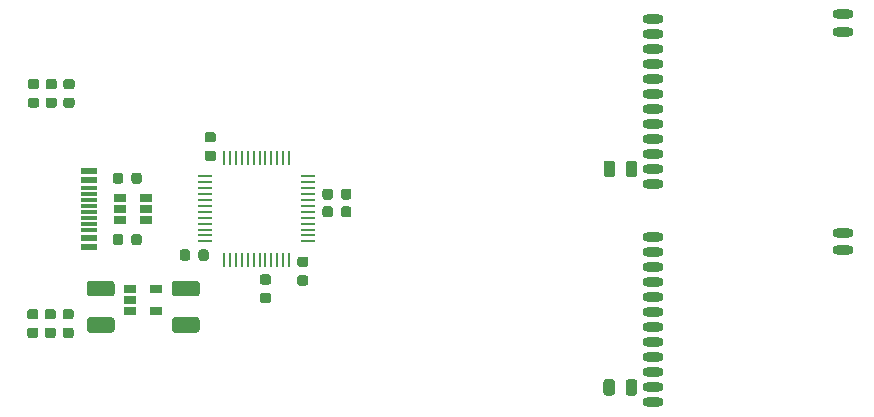
<source format=gbr>
G04 #@! TF.GenerationSoftware,KiCad,Pcbnew,5.1.8-db9833491~87~ubuntu20.04.1*
G04 #@! TF.CreationDate,2020-11-19T11:04:08+01:00*
G04 #@! TF.ProjectId,odie,6f646965-2e6b-4696-9361-645f70636258,v1.0*
G04 #@! TF.SameCoordinates,Original*
G04 #@! TF.FileFunction,Paste,Top*
G04 #@! TF.FilePolarity,Positive*
%FSLAX46Y46*%
G04 Gerber Fmt 4.6, Leading zero omitted, Abs format (unit mm)*
G04 Created by KiCad (PCBNEW 5.1.8-db9833491~87~ubuntu20.04.1) date 2020-11-19 11:04:08*
%MOMM*%
%LPD*%
G01*
G04 APERTURE LIST*
%ADD10R,1.300000X0.250000*%
%ADD11R,0.250000X1.300000*%
%ADD12R,1.060000X0.650000*%
%ADD13R,1.450000X0.600000*%
%ADD14R,1.450000X0.300000*%
%ADD15O,1.800000X0.800000*%
G04 APERTURE END LIST*
D10*
X145350000Y-116250000D03*
X145350000Y-115750000D03*
X145350000Y-115250000D03*
X145350000Y-114750000D03*
X145350000Y-114250000D03*
X145350000Y-113750000D03*
X145350000Y-113250000D03*
X145350000Y-112750000D03*
X145350000Y-112250000D03*
X145350000Y-111750000D03*
X145350000Y-111250000D03*
X145350000Y-110750000D03*
D11*
X143750000Y-109150000D03*
X143250000Y-109150000D03*
X142750000Y-109150000D03*
X142250000Y-109150000D03*
X141750000Y-109150000D03*
X141250000Y-109150000D03*
X140750000Y-109150000D03*
X140250000Y-109150000D03*
X139750000Y-109150000D03*
X139250000Y-109150000D03*
X138750000Y-109150000D03*
X138250000Y-109150000D03*
D10*
X136650000Y-110750000D03*
X136650000Y-111250000D03*
X136650000Y-111750000D03*
X136650000Y-112250000D03*
X136650000Y-112750000D03*
X136650000Y-113250000D03*
X136650000Y-113750000D03*
X136650000Y-114250000D03*
X136650000Y-114750000D03*
X136650000Y-115250000D03*
X136650000Y-115750000D03*
X136650000Y-116250000D03*
D11*
X138250000Y-117850000D03*
X138750000Y-117850000D03*
X139250000Y-117850000D03*
X139750000Y-117850000D03*
X140250000Y-117850000D03*
X140750000Y-117850000D03*
X141250000Y-117850000D03*
X141750000Y-117850000D03*
X142250000Y-117850000D03*
X142750000Y-117850000D03*
X143250000Y-117850000D03*
X143750000Y-117850000D03*
G36*
G01*
X131275000Y-110643750D02*
X131275000Y-111156250D01*
G75*
G02*
X131056250Y-111375000I-218750J0D01*
G01*
X130618750Y-111375000D01*
G75*
G02*
X130400000Y-111156250I0J218750D01*
G01*
X130400000Y-110643750D01*
G75*
G02*
X130618750Y-110425000I218750J0D01*
G01*
X131056250Y-110425000D01*
G75*
G02*
X131275000Y-110643750I0J-218750D01*
G01*
G37*
G36*
G01*
X129700000Y-110643750D02*
X129700000Y-111156250D01*
G75*
G02*
X129481250Y-111375000I-218750J0D01*
G01*
X129043750Y-111375000D01*
G75*
G02*
X128825000Y-111156250I0J218750D01*
G01*
X128825000Y-110643750D01*
G75*
G02*
X129043750Y-110425000I218750J0D01*
G01*
X129481250Y-110425000D01*
G75*
G02*
X129700000Y-110643750I0J-218750D01*
G01*
G37*
G36*
G01*
X126874999Y-122665000D02*
X128725001Y-122665000D01*
G75*
G02*
X128975000Y-122914999I0J-249999D01*
G01*
X128975000Y-123740001D01*
G75*
G02*
X128725001Y-123990000I-249999J0D01*
G01*
X126874999Y-123990000D01*
G75*
G02*
X126625000Y-123740001I0J249999D01*
G01*
X126625000Y-122914999D01*
G75*
G02*
X126874999Y-122665000I249999J0D01*
G01*
G37*
G36*
G01*
X126874999Y-119590000D02*
X128725001Y-119590000D01*
G75*
G02*
X128975000Y-119839999I0J-249999D01*
G01*
X128975000Y-120665001D01*
G75*
G02*
X128725001Y-120915000I-249999J0D01*
G01*
X126874999Y-120915000D01*
G75*
G02*
X126625000Y-120665001I0J249999D01*
G01*
X126625000Y-119839999D01*
G75*
G02*
X126874999Y-119590000I249999J0D01*
G01*
G37*
G36*
G01*
X134074999Y-119587500D02*
X135925001Y-119587500D01*
G75*
G02*
X136175000Y-119837499I0J-249999D01*
G01*
X136175000Y-120662501D01*
G75*
G02*
X135925001Y-120912500I-249999J0D01*
G01*
X134074999Y-120912500D01*
G75*
G02*
X133825000Y-120662501I0J249999D01*
G01*
X133825000Y-119837499D01*
G75*
G02*
X134074999Y-119587500I249999J0D01*
G01*
G37*
G36*
G01*
X134074999Y-122662500D02*
X135925001Y-122662500D01*
G75*
G02*
X136175000Y-122912499I0J-249999D01*
G01*
X136175000Y-123737501D01*
G75*
G02*
X135925001Y-123987500I-249999J0D01*
G01*
X134074999Y-123987500D01*
G75*
G02*
X133825000Y-123737501I0J249999D01*
G01*
X133825000Y-122912499D01*
G75*
G02*
X134074999Y-122662500I249999J0D01*
G01*
G37*
G36*
G01*
X135370000Y-117153750D02*
X135370000Y-117666250D01*
G75*
G02*
X135151250Y-117885000I-218750J0D01*
G01*
X134713750Y-117885000D01*
G75*
G02*
X134495000Y-117666250I0J218750D01*
G01*
X134495000Y-117153750D01*
G75*
G02*
X134713750Y-116935000I218750J0D01*
G01*
X135151250Y-116935000D01*
G75*
G02*
X135370000Y-117153750I0J-218750D01*
G01*
G37*
G36*
G01*
X136945000Y-117153750D02*
X136945000Y-117666250D01*
G75*
G02*
X136726250Y-117885000I-218750J0D01*
G01*
X136288750Y-117885000D01*
G75*
G02*
X136070000Y-117666250I0J218750D01*
G01*
X136070000Y-117153750D01*
G75*
G02*
X136288750Y-116935000I218750J0D01*
G01*
X136726250Y-116935000D01*
G75*
G02*
X136945000Y-117153750I0J-218750D01*
G01*
G37*
G36*
G01*
X144653750Y-117545000D02*
X145166250Y-117545000D01*
G75*
G02*
X145385000Y-117763750I0J-218750D01*
G01*
X145385000Y-118201250D01*
G75*
G02*
X145166250Y-118420000I-218750J0D01*
G01*
X144653750Y-118420000D01*
G75*
G02*
X144435000Y-118201250I0J218750D01*
G01*
X144435000Y-117763750D01*
G75*
G02*
X144653750Y-117545000I218750J0D01*
G01*
G37*
G36*
G01*
X144653750Y-119120000D02*
X145166250Y-119120000D01*
G75*
G02*
X145385000Y-119338750I0J-218750D01*
G01*
X145385000Y-119776250D01*
G75*
G02*
X145166250Y-119995000I-218750J0D01*
G01*
X144653750Y-119995000D01*
G75*
G02*
X144435000Y-119776250I0J218750D01*
G01*
X144435000Y-119338750D01*
G75*
G02*
X144653750Y-119120000I218750J0D01*
G01*
G37*
G36*
G01*
X137336250Y-107870000D02*
X136823750Y-107870000D01*
G75*
G02*
X136605000Y-107651250I0J218750D01*
G01*
X136605000Y-107213750D01*
G75*
G02*
X136823750Y-106995000I218750J0D01*
G01*
X137336250Y-106995000D01*
G75*
G02*
X137555000Y-107213750I0J-218750D01*
G01*
X137555000Y-107651250D01*
G75*
G02*
X137336250Y-107870000I-218750J0D01*
G01*
G37*
G36*
G01*
X137336250Y-109445000D02*
X136823750Y-109445000D01*
G75*
G02*
X136605000Y-109226250I0J218750D01*
G01*
X136605000Y-108788750D01*
G75*
G02*
X136823750Y-108570000I218750J0D01*
G01*
X137336250Y-108570000D01*
G75*
G02*
X137555000Y-108788750I0J-218750D01*
G01*
X137555000Y-109226250D01*
G75*
G02*
X137336250Y-109445000I-218750J0D01*
G01*
G37*
G36*
G01*
X146575000Y-112506250D02*
X146575000Y-111993750D01*
G75*
G02*
X146793750Y-111775000I218750J0D01*
G01*
X147231250Y-111775000D01*
G75*
G02*
X147450000Y-111993750I0J-218750D01*
G01*
X147450000Y-112506250D01*
G75*
G02*
X147231250Y-112725000I-218750J0D01*
G01*
X146793750Y-112725000D01*
G75*
G02*
X146575000Y-112506250I0J218750D01*
G01*
G37*
G36*
G01*
X148150000Y-112506250D02*
X148150000Y-111993750D01*
G75*
G02*
X148368750Y-111775000I218750J0D01*
G01*
X148806250Y-111775000D01*
G75*
G02*
X149025000Y-111993750I0J-218750D01*
G01*
X149025000Y-112506250D01*
G75*
G02*
X148806250Y-112725000I-218750J0D01*
G01*
X148368750Y-112725000D01*
G75*
G02*
X148150000Y-112506250I0J218750D01*
G01*
G37*
G36*
G01*
X146575000Y-114006250D02*
X146575000Y-113493750D01*
G75*
G02*
X146793750Y-113275000I218750J0D01*
G01*
X147231250Y-113275000D01*
G75*
G02*
X147450000Y-113493750I0J-218750D01*
G01*
X147450000Y-114006250D01*
G75*
G02*
X147231250Y-114225000I-218750J0D01*
G01*
X146793750Y-114225000D01*
G75*
G02*
X146575000Y-114006250I0J218750D01*
G01*
G37*
G36*
G01*
X148150000Y-114006250D02*
X148150000Y-113493750D01*
G75*
G02*
X148368750Y-113275000I218750J0D01*
G01*
X148806250Y-113275000D01*
G75*
G02*
X149025000Y-113493750I0J-218750D01*
G01*
X149025000Y-114006250D01*
G75*
G02*
X148806250Y-114225000I-218750J0D01*
G01*
X148368750Y-114225000D01*
G75*
G02*
X148150000Y-114006250I0J218750D01*
G01*
G37*
G36*
G01*
X129700000Y-115843750D02*
X129700000Y-116356250D01*
G75*
G02*
X129481250Y-116575000I-218750J0D01*
G01*
X129043750Y-116575000D01*
G75*
G02*
X128825000Y-116356250I0J218750D01*
G01*
X128825000Y-115843750D01*
G75*
G02*
X129043750Y-115625000I218750J0D01*
G01*
X129481250Y-115625000D01*
G75*
G02*
X129700000Y-115843750I0J-218750D01*
G01*
G37*
G36*
G01*
X131275000Y-115843750D02*
X131275000Y-116356250D01*
G75*
G02*
X131056250Y-116575000I-218750J0D01*
G01*
X130618750Y-116575000D01*
G75*
G02*
X130400000Y-116356250I0J218750D01*
G01*
X130400000Y-115843750D01*
G75*
G02*
X130618750Y-115625000I218750J0D01*
G01*
X131056250Y-115625000D01*
G75*
G02*
X131275000Y-115843750I0J-218750D01*
G01*
G37*
G36*
G01*
X141493750Y-119045000D02*
X142006250Y-119045000D01*
G75*
G02*
X142225000Y-119263750I0J-218750D01*
G01*
X142225000Y-119701250D01*
G75*
G02*
X142006250Y-119920000I-218750J0D01*
G01*
X141493750Y-119920000D01*
G75*
G02*
X141275000Y-119701250I0J218750D01*
G01*
X141275000Y-119263750D01*
G75*
G02*
X141493750Y-119045000I218750J0D01*
G01*
G37*
G36*
G01*
X141493750Y-120620000D02*
X142006250Y-120620000D01*
G75*
G02*
X142225000Y-120838750I0J-218750D01*
G01*
X142225000Y-121276250D01*
G75*
G02*
X142006250Y-121495000I-218750J0D01*
G01*
X141493750Y-121495000D01*
G75*
G02*
X141275000Y-121276250I0J218750D01*
G01*
X141275000Y-120838750D01*
G75*
G02*
X141493750Y-120620000I218750J0D01*
G01*
G37*
G36*
G01*
X122366250Y-104945000D02*
X121853750Y-104945000D01*
G75*
G02*
X121635000Y-104726250I0J218750D01*
G01*
X121635000Y-104288750D01*
G75*
G02*
X121853750Y-104070000I218750J0D01*
G01*
X122366250Y-104070000D01*
G75*
G02*
X122585000Y-104288750I0J-218750D01*
G01*
X122585000Y-104726250D01*
G75*
G02*
X122366250Y-104945000I-218750J0D01*
G01*
G37*
G36*
G01*
X122366250Y-103370000D02*
X121853750Y-103370000D01*
G75*
G02*
X121635000Y-103151250I0J218750D01*
G01*
X121635000Y-102713750D01*
G75*
G02*
X121853750Y-102495000I218750J0D01*
G01*
X122366250Y-102495000D01*
G75*
G02*
X122585000Y-102713750I0J-218750D01*
G01*
X122585000Y-103151250D01*
G75*
G02*
X122366250Y-103370000I-218750J0D01*
G01*
G37*
G36*
G01*
X123866250Y-103370000D02*
X123353750Y-103370000D01*
G75*
G02*
X123135000Y-103151250I0J218750D01*
G01*
X123135000Y-102713750D01*
G75*
G02*
X123353750Y-102495000I218750J0D01*
G01*
X123866250Y-102495000D01*
G75*
G02*
X124085000Y-102713750I0J-218750D01*
G01*
X124085000Y-103151250D01*
G75*
G02*
X123866250Y-103370000I-218750J0D01*
G01*
G37*
G36*
G01*
X123866250Y-104945000D02*
X123353750Y-104945000D01*
G75*
G02*
X123135000Y-104726250I0J218750D01*
G01*
X123135000Y-104288750D01*
G75*
G02*
X123353750Y-104070000I218750J0D01*
G01*
X123866250Y-104070000D01*
G75*
G02*
X124085000Y-104288750I0J-218750D01*
G01*
X124085000Y-104726250D01*
G75*
G02*
X123866250Y-104945000I-218750J0D01*
G01*
G37*
G36*
G01*
X125366250Y-104945000D02*
X124853750Y-104945000D01*
G75*
G02*
X124635000Y-104726250I0J218750D01*
G01*
X124635000Y-104288750D01*
G75*
G02*
X124853750Y-104070000I218750J0D01*
G01*
X125366250Y-104070000D01*
G75*
G02*
X125585000Y-104288750I0J-218750D01*
G01*
X125585000Y-104726250D01*
G75*
G02*
X125366250Y-104945000I-218750J0D01*
G01*
G37*
G36*
G01*
X125366250Y-103370000D02*
X124853750Y-103370000D01*
G75*
G02*
X124635000Y-103151250I0J218750D01*
G01*
X124635000Y-102713750D01*
G75*
G02*
X124853750Y-102495000I218750J0D01*
G01*
X125366250Y-102495000D01*
G75*
G02*
X125585000Y-102713750I0J-218750D01*
G01*
X125585000Y-103151250D01*
G75*
G02*
X125366250Y-103370000I-218750J0D01*
G01*
G37*
G36*
G01*
X124783750Y-123560000D02*
X125296250Y-123560000D01*
G75*
G02*
X125515000Y-123778750I0J-218750D01*
G01*
X125515000Y-124216250D01*
G75*
G02*
X125296250Y-124435000I-218750J0D01*
G01*
X124783750Y-124435000D01*
G75*
G02*
X124565000Y-124216250I0J218750D01*
G01*
X124565000Y-123778750D01*
G75*
G02*
X124783750Y-123560000I218750J0D01*
G01*
G37*
G36*
G01*
X124783750Y-121985000D02*
X125296250Y-121985000D01*
G75*
G02*
X125515000Y-122203750I0J-218750D01*
G01*
X125515000Y-122641250D01*
G75*
G02*
X125296250Y-122860000I-218750J0D01*
G01*
X124783750Y-122860000D01*
G75*
G02*
X124565000Y-122641250I0J218750D01*
G01*
X124565000Y-122203750D01*
G75*
G02*
X124783750Y-121985000I218750J0D01*
G01*
G37*
D12*
X130300000Y-120250000D03*
X130300000Y-121200000D03*
X130300000Y-122150000D03*
X132500000Y-122150000D03*
X132500000Y-120250000D03*
X131600000Y-114450000D03*
X131600000Y-113500000D03*
X131600000Y-112550000D03*
X129400000Y-112550000D03*
X129400000Y-114450000D03*
X129400000Y-113500000D03*
G36*
G01*
X123273750Y-121985000D02*
X123786250Y-121985000D01*
G75*
G02*
X124005000Y-122203750I0J-218750D01*
G01*
X124005000Y-122641250D01*
G75*
G02*
X123786250Y-122860000I-218750J0D01*
G01*
X123273750Y-122860000D01*
G75*
G02*
X123055000Y-122641250I0J218750D01*
G01*
X123055000Y-122203750D01*
G75*
G02*
X123273750Y-121985000I218750J0D01*
G01*
G37*
G36*
G01*
X123273750Y-123560000D02*
X123786250Y-123560000D01*
G75*
G02*
X124005000Y-123778750I0J-218750D01*
G01*
X124005000Y-124216250D01*
G75*
G02*
X123786250Y-124435000I-218750J0D01*
G01*
X123273750Y-124435000D01*
G75*
G02*
X123055000Y-124216250I0J218750D01*
G01*
X123055000Y-123778750D01*
G75*
G02*
X123273750Y-123560000I218750J0D01*
G01*
G37*
G36*
G01*
X121783750Y-123560000D02*
X122296250Y-123560000D01*
G75*
G02*
X122515000Y-123778750I0J-218750D01*
G01*
X122515000Y-124216250D01*
G75*
G02*
X122296250Y-124435000I-218750J0D01*
G01*
X121783750Y-124435000D01*
G75*
G02*
X121565000Y-124216250I0J218750D01*
G01*
X121565000Y-123778750D01*
G75*
G02*
X121783750Y-123560000I218750J0D01*
G01*
G37*
G36*
G01*
X121783750Y-121985000D02*
X122296250Y-121985000D01*
G75*
G02*
X122515000Y-122203750I0J-218750D01*
G01*
X122515000Y-122641250D01*
G75*
G02*
X122296250Y-122860000I-218750J0D01*
G01*
X121783750Y-122860000D01*
G75*
G02*
X121565000Y-122641250I0J218750D01*
G01*
X121565000Y-122203750D01*
G75*
G02*
X121783750Y-121985000I218750J0D01*
G01*
G37*
G36*
G01*
X173225000Y-109653750D02*
X173225000Y-110566250D01*
G75*
G02*
X172981250Y-110810000I-243750J0D01*
G01*
X172493750Y-110810000D01*
G75*
G02*
X172250000Y-110566250I0J243750D01*
G01*
X172250000Y-109653750D01*
G75*
G02*
X172493750Y-109410000I243750J0D01*
G01*
X172981250Y-109410000D01*
G75*
G02*
X173225000Y-109653750I0J-243750D01*
G01*
G37*
G36*
G01*
X171350000Y-109653750D02*
X171350000Y-110566250D01*
G75*
G02*
X171106250Y-110810000I-243750J0D01*
G01*
X170618750Y-110810000D01*
G75*
G02*
X170375000Y-110566250I0J243750D01*
G01*
X170375000Y-109653750D01*
G75*
G02*
X170618750Y-109410000I243750J0D01*
G01*
X171106250Y-109410000D01*
G75*
G02*
X171350000Y-109653750I0J-243750D01*
G01*
G37*
G36*
G01*
X171340000Y-128153750D02*
X171340000Y-129066250D01*
G75*
G02*
X171096250Y-129310000I-243750J0D01*
G01*
X170608750Y-129310000D01*
G75*
G02*
X170365000Y-129066250I0J243750D01*
G01*
X170365000Y-128153750D01*
G75*
G02*
X170608750Y-127910000I243750J0D01*
G01*
X171096250Y-127910000D01*
G75*
G02*
X171340000Y-128153750I0J-243750D01*
G01*
G37*
G36*
G01*
X173215000Y-128153750D02*
X173215000Y-129066250D01*
G75*
G02*
X172971250Y-129310000I-243750J0D01*
G01*
X172483750Y-129310000D01*
G75*
G02*
X172240000Y-129066250I0J243750D01*
G01*
X172240000Y-128153750D01*
G75*
G02*
X172483750Y-127910000I243750J0D01*
G01*
X172971250Y-127910000D01*
G75*
G02*
X173215000Y-128153750I0J-243750D01*
G01*
G37*
D13*
X126845000Y-116750000D03*
X126845000Y-115950000D03*
X126845000Y-111050000D03*
X126845000Y-110250000D03*
X126845000Y-110250000D03*
X126845000Y-111050000D03*
X126845000Y-115950000D03*
X126845000Y-116750000D03*
D14*
X126845000Y-111750000D03*
X126845000Y-112250000D03*
X126845000Y-112750000D03*
X126845000Y-113750000D03*
X126845000Y-114250000D03*
X126845000Y-114750000D03*
X126845000Y-115250000D03*
X126845000Y-113250000D03*
D15*
X190650000Y-98500000D03*
X190650000Y-97000000D03*
X174550000Y-111375000D03*
X174550000Y-110105000D03*
X174550000Y-108835000D03*
X174550000Y-107565000D03*
X174550000Y-106295000D03*
X174550000Y-105025000D03*
X174550000Y-103755000D03*
X174550000Y-102485000D03*
X174550000Y-101215000D03*
X174550000Y-99945000D03*
X174550000Y-98675000D03*
X174550000Y-97405000D03*
X174550000Y-115905000D03*
X174550000Y-117175000D03*
X174550000Y-118445000D03*
X174550000Y-119715000D03*
X174550000Y-120985000D03*
X174550000Y-122255000D03*
X174550000Y-123525000D03*
X174550000Y-124795000D03*
X174550000Y-126065000D03*
X174550000Y-127335000D03*
X174550000Y-128605000D03*
X174550000Y-129875000D03*
X190650000Y-115500000D03*
X190650000Y-117000000D03*
M02*

</source>
